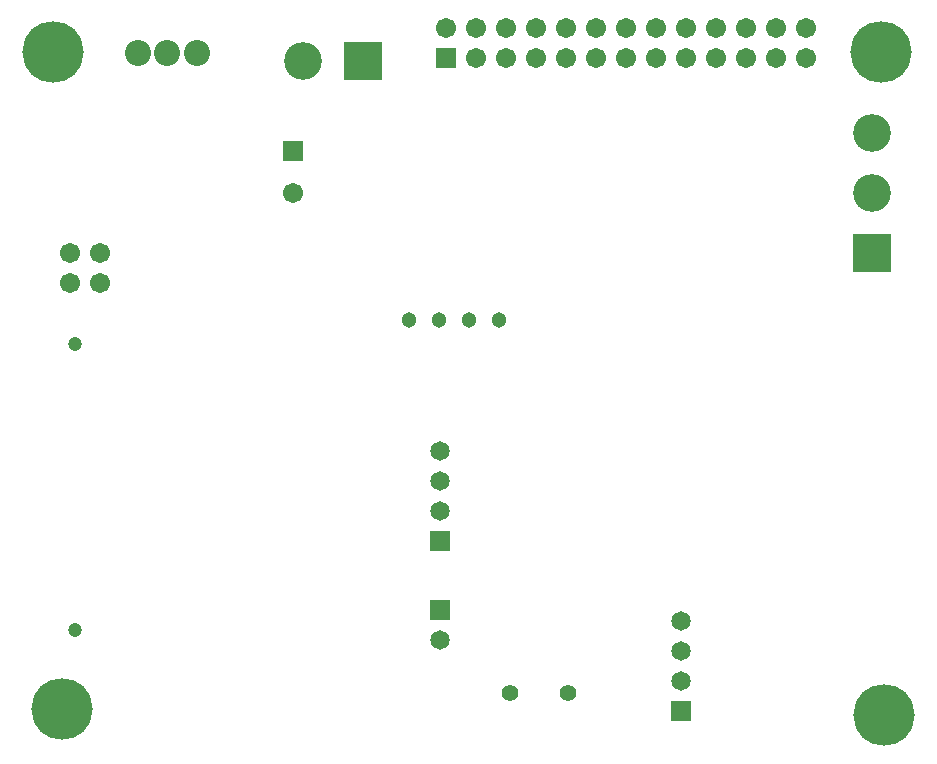
<source format=gbs>
G04 Layer_Color=16711935*
%FSLAX25Y25*%
%MOIN*%
G70*
G01*
G75*
%ADD118C,0.05524*%
%ADD119C,0.12611*%
%ADD120R,0.12611X0.12611*%
%ADD121R,0.12611X0.12611*%
%ADD122C,0.06706*%
%ADD123C,0.06512*%
%ADD124R,0.06512X0.06512*%
%ADD125R,0.06706X0.06706*%
%ADD126C,0.08677*%
%ADD127C,0.06709*%
%ADD128R,0.06709X0.06709*%
%ADD129C,0.05134*%
%ADD130C,0.04737*%
%ADD131C,0.20485*%
D118*
X-117362Y22343D02*
D03*
X-136575D02*
D03*
D119*
X-16000Y189000D02*
D03*
Y209000D02*
D03*
X-205842Y233000D02*
D03*
D120*
X-16000Y169000D02*
D03*
D121*
X-185843Y233000D02*
D03*
D122*
X-273240Y168862D02*
D03*
Y158862D02*
D03*
X-283240Y168862D02*
D03*
Y158862D02*
D03*
X-209000Y189110D02*
D03*
D123*
X-160000Y103000D02*
D03*
Y93000D02*
D03*
Y83000D02*
D03*
X-79700Y46300D02*
D03*
Y36300D02*
D03*
Y26300D02*
D03*
X-160000Y40000D02*
D03*
D124*
Y73000D02*
D03*
X-79700Y16300D02*
D03*
X-160000Y50000D02*
D03*
D125*
X-209000Y202890D02*
D03*
D126*
X-251000Y235850D02*
D03*
X-260842D02*
D03*
X-241158D02*
D03*
D127*
X-38000Y244000D02*
D03*
Y234000D02*
D03*
X-48000Y244000D02*
D03*
Y234000D02*
D03*
X-58000Y244000D02*
D03*
Y234000D02*
D03*
X-68000Y244000D02*
D03*
Y234000D02*
D03*
X-78000Y244000D02*
D03*
Y234000D02*
D03*
X-88000Y244000D02*
D03*
Y234000D02*
D03*
X-98000Y244000D02*
D03*
Y234000D02*
D03*
X-108000Y244000D02*
D03*
Y234000D02*
D03*
X-118000Y244000D02*
D03*
Y234000D02*
D03*
X-128000Y244000D02*
D03*
Y234000D02*
D03*
X-138000Y244000D02*
D03*
Y234000D02*
D03*
X-148000Y244000D02*
D03*
Y234000D02*
D03*
X-158000Y244000D02*
D03*
D128*
Y234000D02*
D03*
D129*
X-170300Y146800D02*
D03*
X-160300D02*
D03*
X-150300D02*
D03*
X-140300D02*
D03*
D130*
X-281716Y43362D02*
D03*
Y138638D02*
D03*
D131*
X-289000Y236000D02*
D03*
X-12000Y15000D02*
D03*
X-13000Y236000D02*
D03*
X-286000Y17000D02*
D03*
M02*

</source>
